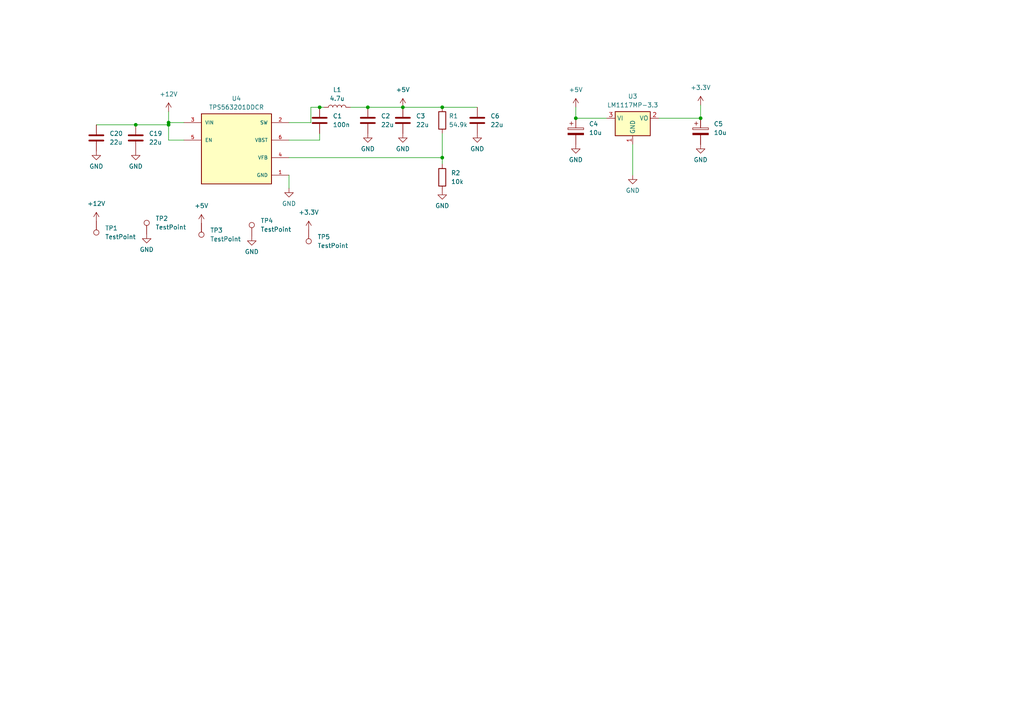
<source format=kicad_sch>
(kicad_sch (version 20231120) (generator "eeschema") (generator_version "8.0")
  (paper "A4")
  (lib_symbols
    (symbol "Connector:TestPoint" (pin_numbers hide) (pin_names (offset 0.762) hide)
      (property "Reference" "TP" (at 0 6.858 0))
      (property "Value" "TestPoint" (at 0 5.08 0))
      (symbol "TestPoint_0_1"
        (circle (center 0 3.302) (radius 0.762))
      )
      (symbol "TestPoint_1_1"
        (pin passive line (at 0 0 90) (length 2.54) (name "1") (number "1"))
      )
    )
    (symbol "Device:C" (pin_numbers hide) (pin_names (offset 0.254))
      (property "Reference" "C" (at 0.635 2.54 0))
      (property "Value" "C" (at 0.635 -2.54 0))
      (symbol "C_0_1"
        (polyline (pts (xy -2.032 -0.762) (xy 2.032 -0.762)) (stroke (width 0.508)))
        (polyline (pts (xy -2.032 0.762) (xy 2.032 0.762)) (stroke (width 0.508)))
      )
      (symbol "C_1_1"
        (pin passive line (at 0 3.81 270) (length 2.794) (name "~") (number "1"))
        (pin passive line (at 0 -3.81 90) (length 2.794) (name "~") (number "2"))
      )
    )
    (symbol "Device:C_Polarized" (pin_numbers hide) (pin_names (offset 0.254))
      (property "Reference" "C" (at 0.635 2.54 0))
      (property "Value" "C_Polarized" (at 0.635 -2.54 0))
      (symbol "C_Polarized_0_1"
        (rectangle (start -2.286 0.508) (end 2.286 1.016))
        (polyline (pts (xy -1.778 2.286) (xy -0.762 2.286)))
        (polyline (pts (xy -1.27 2.794) (xy -1.27 1.778)))
        (rectangle (start 2.286 -0.508) (end -2.286 -1.016) (fill (type outline)))
      )
      (symbol "C_Polarized_1_1"
        (pin passive line (at 0 3.81 270) (length 2.794) (name "~") (number "1"))
        (pin passive line (at 0 -3.81 90) (length 2.794) (name "~") (number "2"))
      )
    )
    (symbol "Device:L" (pin_numbers hide) (pin_names (offset 1.016) hide)
      (property "Reference" "L" (at -1.27 0 90))
      (property "Value" "L" (at 1.905 0 90))
      (symbol "L_0_1"
        (arc (start 0 -2.54) (mid 0.6323 -1.905) (end 0 -1.27))
        (arc (start 0 -1.27) (mid 0.6323 -0.635) (end 0 0))
        (arc (start 0 0) (mid 0.6323 0.635) (end 0 1.27))
        (arc (start 0 1.27) (mid 0.6323 1.905) (end 0 2.54))
      )
      (symbol "L_1_1"
        (pin passive line (at 0 3.81 270) (length 1.27) (name "1") (number "1"))
        (pin passive line (at 0 -3.81 90) (length 1.27) (name "2") (number "2"))
      )
    )
    (symbol "Device:R" (pin_numbers hide) (pin_names (offset 0))
      (property "Reference" "R" (at 2.032 0 90))
      (property "Value" "R" (at 0 0 90))
      (symbol "R_0_1"
        (rectangle (start -1.016 -2.54) (end 1.016 2.54) (stroke (width 0.254)))
      )
      (symbol "R_1_1"
        (pin passive line (at 0 3.81 270) (length 1.27) (name "~") (number "1"))
        (pin passive line (at 0 -3.81 90) (length 1.27) (name "~") (number "2"))
      )
    )
    (symbol "Regulator_Linear:LM1117MP-3.3"
      (property "Reference" "U" (at -3.81 3.175 0))
      (property "Value" "LM1117MP-3.3" (at 0 3.175 0))
      (symbol "LM1117MP-3.3_0_1"
        (rectangle (start -5.08 -5.08) (end 5.08 1.905) (stroke (width 0.254)) (fill (type background)))
      )
      (symbol "LM1117MP-3.3_1_1"
        (pin power_in line (at 0 -7.62 90) (length 2.54) (name "GND") (number "1"))
        (pin power_out line (at 7.62 0 180) (length 2.54) (name "VO") (number "2"))
        (pin power_in line (at -7.62 0 0) (length 2.54) (name "VI") (number "3"))
      )
    )
    (symbol "TPS563201DDCR:TPS563201DDCR" (pin_names (offset 1.016))
      (property "Reference" "U" (at -10.16 12.7 0))
      (property "Value" "TPS563201DDCR" (at -10.16 -12.7 0))
      (symbol "TPS563201DDCR_0_0"
        (rectangle (start -10.16 -10.16) (end 10.16 10.16) (stroke (width 0.254)) (fill (type background)))
        (pin power_in line (at 15.24 -7.62 180) (length 5.08) (name "GND") (number "1"))
        (pin output line (at 15.24 7.62 180) (length 5.08) (name "SW") (number "2"))
        (pin input line (at -15.24 7.62 0) (length 5.08) (name "VIN") (number "3"))
        (pin input line (at 15.24 -2.54 180) (length 5.08) (name "VFB") (number "4"))
        (pin input line (at -15.24 2.54 0) (length 5.08) (name "EN") (number "5"))
        (pin output line (at 15.24 2.54 180) (length 5.08) (name "VBST") (number "6"))
      )
    )
    (symbol "power:+3.3V" (power) (pin_names (offset 0))
      (property "Value" "+3.3V" (at 0 3.556 0))
      (symbol "+3.3V_0_1"
        (polyline (pts (xy -0.762 1.27) (xy 0 2.54)))
        (polyline (pts (xy 0 0) (xy 0 2.54)))
        (polyline (pts (xy 0 2.54) (xy 0.762 1.27)))
      )
      (symbol "+3.3V_1_1"
        (pin power_in line (at 0 0 90) (length 0) hide (name "+3.3V") (number "1"))
      )
    )
    (symbol "power:GND" (power) (pin_names (offset 0))
      (property "Value" "GND" (at 0 -3.81 0))
      (symbol "GND_0_1"
        (polyline (pts (xy 0 0) (xy 0 -1.27) (xy 1.27 -1.27) (xy 0 -2.54) (xy -1.27 -1.27) (xy 0 -1.27)))
      )
      (symbol "GND_1_1"
        (pin power_in line (at 0 0 270) (length 0) hide (name "GND") (number "1"))
      )
    )
    (symbol "power:VCC" (power) (pin_names (offset 0))
      (property "Value" "VCC" (at 0 3.81 0))
      (symbol "VCC_0_1"
        (polyline (pts (xy -0.762 1.27) (xy 0 2.54)))
        (polyline (pts (xy 0 0) (xy 0 2.54)))
        (polyline (pts (xy 0 2.54) (xy 0.762 1.27)))
      )
      (symbol "VCC_1_1"
        (pin power_in line (at 0 0 90) (length 0) hide (name "VCC") (number "1"))
      )
    )
  )
  (junction (at 116.84 31.115))
  (junction (at 128.27 45.72))
  (junction (at 203.2 34.29))
  (junction (at 48.895 36.195))
  (junction (at 48.895 35.56))
  (junction (at 92.71 31.115))
  (junction (at 167.005 34.29))
  (junction (at 39.37 36.195))
  (junction (at 106.68 31.115))
  (junction (at 128.27 31.115))
  (wire (pts (xy 183.515 41.91) (xy 183.515 50.8)))
  (wire (pts (xy 83.82 50.8) (xy 83.82 54.61)))
  (wire (pts (xy 116.84 31.115) (xy 128.27 31.115)))
  (wire (pts (xy 48.895 36.195) (xy 48.895 35.56)))
  (wire (pts (xy 101.6 31.115) (xy 106.68 31.115)))
  (wire (pts (xy 92.71 40.64) (xy 92.71 38.735)))
  (wire (pts (xy 92.71 31.115) (xy 93.98 31.115)))
  (wire (pts (xy 90.17 31.115) (xy 90.17 35.56)))
  (wire (pts (xy 128.27 31.115) (xy 138.43 31.115)))
  (wire (pts (xy 53.34 40.64) (xy 48.895 40.64)))
  (wire (pts (xy 39.37 36.195) (xy 48.895 36.195)))
  (wire (pts (xy 48.895 40.64) (xy 48.895 36.195)))
  (wire (pts (xy 167.005 34.29) (xy 175.895 34.29)))
  (wire (pts (xy 83.82 35.56) (xy 90.17 35.56)))
  (wire (pts (xy 48.895 32.385) (xy 48.895 35.56)))
  (wire (pts (xy 167.005 31.115) (xy 167.005 34.29)))
  (wire (pts (xy 83.82 45.72) (xy 128.27 45.72)))
  (wire (pts (xy 27.94 36.195) (xy 39.37 36.195)))
  (wire (pts (xy 83.82 40.64) (xy 92.71 40.64)))
  (wire (pts (xy 48.895 35.56) (xy 53.34 35.56)))
  (wire (pts (xy 128.27 38.735) (xy 128.27 45.72)))
  (wire (pts (xy 90.17 31.115) (xy 92.71 31.115)))
  (wire (pts (xy 128.27 45.72) (xy 128.27 47.625)))
  (wire (pts (xy 106.68 31.115) (xy 116.84 31.115)))
  (wire (pts (xy 191.135 34.29) (xy 203.2 34.29)))
  (wire (pts (xy 203.2 34.29) (xy 203.2 30.48)))
  (symbol (lib_id "Connector:TestPoint") (at 58.42 64.77 180) (unit 1)
    (property "Reference" "TP3" (at 60.96 66.8019 0) (effects (justify right)))
    (property "Value" "TestPoint" (at 60.96 69.3419 0) (effects (justify right)))
    (property "Footprint" "TestPoint:TestPoint_Pad_D3.0mm" (effects (hide yes)))
    (property "Description" "test point" (effects (hide yes)))
  )
  (symbol (lib_id "Device:C") (at 138.43 34.925 0) (unit 1)
    (property "Reference" "C6" (at 142.24 33.6549 0) (effects (justify left)))
    (property "Value" "22u" (at 142.24 36.1949 0) (effects (justify left)))
    (property "Footprint" "Capacitor_SMD:C_0805_2012Metric_Pad1.18x1.45mm_HandSolder" (effects (hide yes)))
    (property "Description" "Unpolarized capacitor" (effects (hide yes)))
  )
  (symbol (lib_id "Connector:TestPoint") (at 73.025 68.58 0) (unit 1)
    (property "Reference" "TP4" (at 75.565 64.0079 0) (effects (justify left)))
    (property "Value" "TestPoint" (at 75.565 66.5479 0) (effects (justify left)))
    (property "Footprint" "TestPoint:TestPoint_Pad_3.0x3.0mm" (effects (hide yes)))
    (property "Description" "test point" (effects (hide yes)))
  )
  (symbol (lib_id "Device:C") (at 106.68 34.925 0) (unit 1)
    (property "Reference" "C2" (at 110.49 33.6549 0) (effects (justify left)))
    (property "Value" "22u" (at 110.49 36.1949 0) (effects (justify left)))
    (property "Footprint" "Capacitor_SMD:C_0805_2012Metric_Pad1.18x1.45mm_HandSolder" (effects (hide yes)))
    (property "Description" "Unpolarized capacitor" (effects (hide yes)))
  )
  (symbol (lib_id "Connector:TestPoint") (at 89.535 66.675 180) (unit 1)
    (property "Reference" "TP5" (at 92.075 68.7069 0) (effects (justify right)))
    (property "Value" "TestPoint" (at 92.075 71.2469 0) (effects (justify right)))
    (property "Footprint" "TestPoint:TestPoint_Pad_D3.0mm" (effects (hide yes)))
    (property "Description" "test point" (effects (hide yes)))
  )
  (symbol (lib_id "Device:R") (at 128.27 51.435 0) (unit 1)
    (property "Reference" "R2" (at 130.81 50.1649 0) (effects (justify left)))
    (property "Value" "10k" (at 130.81 52.7049 0) (effects (justify left)))
    (property "Footprint" "Resistor_SMD:R_0603_1608Metric_Pad0.98x0.95mm_HandSolder" (effects (hide yes)))
    (property "Description" "Resistor" (effects (hide yes)))
  )
  (symbol (lib_id "power:GND") (at 39.37 43.815 0) (unit 1)
    (property "Reference" "#PWR044" (effects (hide yes)))
    (property "Value" "GND" (at 39.37 48.26 0))
    (property "Description" "Power symbol creates a global label with name \"GND\" , ground" (effects (hide yes)))
  )
  (symbol (lib_id "power:GND") (at 83.82 54.61 0) (unit 1)
    (property "Reference" "#PWR05" (effects (hide yes)))
    (property "Value" "GND" (at 83.82 59.055 0))
    (property "Description" "Power symbol creates a global label with name \"GND\" , ground" (effects (hide yes)))
  )
  (symbol (lib_id "Device:C") (at 92.71 34.925 180) (unit 1)
    (property "Reference" "C1" (at 96.52 33.6549 0) (effects (justify right)))
    (property "Value" "100n" (at 96.52 36.1949 0) (effects (justify right)))
    (property "Footprint" "Capacitor_SMD:C_0603_1608Metric_Pad1.08x0.95mm_HandSolder" (effects (hide yes)))
    (property "Description" "Unpolarized capacitor" (effects (hide yes)))
  )
  (symbol (lib_id "power:GND") (at 167.005 41.91 0) (unit 1)
    (property "Reference" "#PWR013" (effects (hide yes)))
    (property "Value" "GND" (at 167.005 46.355 0))
    (property "Description" "Power symbol creates a global label with name \"GND\" , ground" (effects (hide yes)))
  )
  (symbol (lib_id "power:GND") (at 27.94 43.815 0) (unit 1)
    (property "Reference" "#PWR045" (effects (hide yes)))
    (property "Value" "GND" (at 27.94 48.26 0))
    (property "Description" "Power symbol creates a global label with name \"GND\" , ground" (effects (hide yes)))
  )
  (symbol (lib_id "power:GND") (at 128.27 55.245 0) (unit 1)
    (property "Reference" "#PWR09" (effects (hide yes)))
    (property "Value" "GND" (at 128.27 59.69 0))
    (property "Description" "Power symbol creates a global label with name \"GND\" , ground" (effects (hide yes)))
  )
  (symbol (lib_id "Device:R") (at 128.27 34.925 0) (unit 1)
    (property "Reference" "R1" (at 130.175 33.6549 0) (effects (justify left)))
    (property "Value" "54.9k" (at 130.175 36.1949 0) (effects (justify left)))
    (property "Footprint" "Resistor_SMD:R_0603_1608Metric_Pad0.98x0.95mm_HandSolder" (effects (hide yes)))
    (property "Description" "Resistor" (effects (hide yes)))
  )
  (symbol (lib_id "power:GND") (at 42.545 67.945 0) (unit 1)
    (property "Reference" "#PWR093" (effects (hide yes)))
    (property "Value" "GND" (at 42.545 72.39 0))
    (property "Description" "Power symbol creates a global label with name \"GND\" , ground" (effects (hide yes)))
  )
  (symbol (lib_id "Device:C") (at 116.84 34.925 0) (unit 1)
    (property "Reference" "C3" (at 120.65 33.6549 0) (effects (justify left)))
    (property "Value" "22u" (at 120.65 36.1949 0) (effects (justify left)))
    (property "Footprint" "Capacitor_SMD:C_0805_2012Metric_Pad1.18x1.45mm_HandSolder" (effects (hide yes)))
    (property "Description" "Unpolarized capacitor" (effects (hide yes)))
  )
  (symbol (lib_id "power:+3.3V") (at 89.535 66.675 0) (unit 1)
    (property "Reference" "#PWR098" (effects (hide yes)))
    (property "Value" "+3.3V" (at 89.535 61.595 0))
  )
  (symbol (lib_id "power:GND") (at 73.025 68.58 0) (unit 1)
    (property "Reference" "#PWR095" (effects (hide yes)))
    (property "Value" "GND" (at 73.025 73.025 0))
    (property "Description" "Power symbol creates a global label with name \"GND\" , ground" (effects (hide yes)))
  )
  (symbol (lib_id "power:GND") (at 138.43 38.735 0) (unit 1)
    (property "Reference" "#PWR017" (effects (hide yes)))
    (property "Value" "GND" (at 138.43 43.18 0))
    (property "Description" "Power symbol creates a global label with name \"GND\" , ground" (effects (hide yes)))
  )
  (symbol (lib_id "Device:C_Polarized") (at 167.005 38.1 0) (unit 1)
    (property "Reference" "C4" (at 170.815 35.9409 0) (effects (justify left)))
    (property "Value" "10u" (at 170.815 38.4809 0) (effects (justify left)))
    (property "Footprint" "Capacitor_Tantalum_SMD:CP_EIA-3528-21_Kemet-B_Pad1.50x2.35mm_HandSolder" (effects (hide yes)))
    (property "Description" "Polarized capacitor" (effects (hide yes)))
  )
  (symbol (lib_id "Device:C_Polarized") (at 203.2 38.1 0) (unit 1)
    (property "Reference" "C5" (at 207.01 35.9409 0) (effects (justify left)))
    (property "Value" "10u" (at 207.01 38.4809 0) (effects (justify left)))
    (property "Footprint" "Capacitor_Tantalum_SMD:CP_EIA-3528-21_Kemet-B_Pad1.50x2.35mm_HandSolder" (effects (hide yes)))
    (property "Description" "Polarized capacitor" (effects (hide yes)))
  )
  (symbol (lib_id "Regulator_Linear:LM1117MP-3.3") (at 183.515 34.29 0) (unit 1)
    (property "Reference" "U3" (at 183.515 27.94 0))
    (property "Value" "LM1117MP-3.3" (at 183.515 30.48 0))
    (property "Footprint" "Package_TO_SOT_SMD:SOT-223" (effects (hide yes)))
    (property "Datasheet" "http://www.ti.com/lit/ds/symlink/lm1117.pdf" (effects (hide yes)))
    (property "Description" "800mA Low-Dropout Linear Regulator, 3.3V fixed output, SOT-223" (effects (hide yes)))
  )
  (symbol (lib_id "Connector:TestPoint") (at 27.94 64.135 180) (unit 1)
    (property "Reference" "TP1" (at 30.48 66.1669 0) (effects (justify right)))
    (property "Value" "TestPoint" (at 30.48 68.7069 0) (effects (justify right)))
    (property "Footprint" "TestPoint:TestPoint_Pad_D3.0mm" (effects (hide yes)))
    (property "Description" "test point" (effects (hide yes)))
  )
  (symbol (lib_id "power:GND") (at 183.515 50.8 0) (unit 1)
    (property "Reference" "#PWR011" (effects (hide yes)))
    (property "Value" "GND" (at 183.515 55.245 0))
    (property "Description" "Power symbol creates a global label with name \"GND\" , ground" (effects (hide yes)))
  )
  (symbol (lib_id "Device:C") (at 39.37 40.005 0) (unit 1)
    (property "Reference" "C19" (at 43.18 38.7349 0) (effects (justify left)))
    (property "Value" "22u" (at 43.18 41.2749 0) (effects (justify left)))
    (property "Footprint" "Capacitor_SMD:C_0805_2012Metric_Pad1.18x1.45mm_HandSolder" (effects (hide yes)))
    (property "Description" "Unpolarized capacitor" (effects (hide yes)))
  )
  (symbol (lib_id "power:VCC") (at 27.94 64.135 0) (unit 1)
    (property "Reference" "#PWR092" (effects (hide yes)))
    (property "Value" "+12V" (at 27.94 59.055 0))
    (property "Description" "Power symbol creates a global label with name \"VCC\"" (effects (hide yes)))
  )
  (symbol (lib_id "power:VCC") (at 48.895 32.385 0) (unit 1)
    (property "Reference" "#PWR04" (effects (hide yes)))
    (property "Value" "+12V" (at 48.895 27.305 0))
    (property "Description" "Power symbol creates a global label with name \"VCC\"" (effects (hide yes)))
  )
  (symbol (lib_id "power:+3.3V") (at 116.84 31.115 0) (unit 1)
    (property "Reference" "#PWR07" (effects (hide yes)))
    (property "Value" "+5V" (at 116.84 26.035 0))
  )
  (symbol (lib_id "Device:L") (at 97.79 31.115 90) (unit 1)
    (property "Reference" "L1" (at 97.79 26.035 90))
    (property "Value" "4.7u" (at 97.79 28.575 90))
    (property "Footprint" "Inductor_SMD:L_Changjiang_FNR6045S" (effects (hide yes)))
    (property "Description" "Inductor DJNR6045-1R0-S" (effects (hide yes)))
  )
  (symbol (lib_id "power:GND") (at 106.68 38.735 0) (unit 1)
    (property "Reference" "#PWR06" (effects (hide yes)))
    (property "Value" "GND" (at 106.68 43.18 0))
    (property "Description" "Power symbol creates a global label with name \"GND\" , ground" (effects (hide yes)))
  )
  (symbol (lib_id "Device:C") (at 27.94 40.005 0) (unit 1)
    (property "Reference" "C20" (at 31.75 38.7349 0) (effects (justify left)))
    (property "Value" "22u" (at 31.75 41.2749 0) (effects (justify left)))
    (property "Footprint" "Capacitor_SMD:C_0805_2012Metric_Pad1.18x1.45mm_HandSolder" (effects (hide yes)))
    (property "Description" "Unpolarized capacitor" (effects (hide yes)))
  )
  (symbol (lib_id "power:GND") (at 116.84 38.735 0) (unit 1)
    (property "Reference" "#PWR08" (effects (hide yes)))
    (property "Value" "GND" (at 116.84 43.18 0))
    (property "Description" "Power symbol creates a global label with name \"GND\" , ground" (effects (hide yes)))
  )
  (symbol (lib_id "power:GND") (at 203.2 41.91 0) (unit 1)
    (property "Reference" "#PWR014" (effects (hide yes)))
    (property "Value" "GND" (at 203.2 46.355 0))
    (property "Description" "Power symbol creates a global label with name \"GND\" , ground" (effects (hide yes)))
  )
  (symbol (lib_id "Connector:TestPoint") (at 42.545 67.945 0) (unit 1)
    (property "Reference" "TP2" (at 45.085 63.3729 0) (effects (justify left)))
    (property "Value" "TestPoint" (at 45.085 65.9129 0) (effects (justify left)))
    (property "Footprint" "TestPoint:TestPoint_Pad_3.0x3.0mm" (effects (hide yes)))
    (property "Description" "test point" (effects (hide yes)))
  )
  (symbol (lib_id "power:+3.3V") (at 167.005 31.115 0) (unit 1)
    (property "Reference" "#PWR010" (effects (hide yes)))
    (property "Value" "+5V" (at 167.005 26.035 0))
  )
  (symbol (lib_id "power:+3.3V") (at 203.2 30.48 0) (unit 1)
    (property "Reference" "#PWR012" (effects (hide yes)))
    (property "Value" "+3.3V" (at 203.2 25.4 0))
  )
  (symbol (lib_id "power:+3.3V") (at 58.42 64.77 0) (unit 1)
    (property "Reference" "#PWR094" (effects (hide yes)))
    (property "Value" "+5V" (at 58.42 59.69 0))
  )
  (symbol (lib_id "TPS563201DDCR:TPS563201DDCR") (at 68.58 43.18 0) (unit 1)
    (property "Reference" "U4" (at 68.58 28.575 0))
    (property "Value" "TPS563201DDCR" (at 68.58 31.115 0))
    (property "Footprint" "TPS563201DDCR:SOT95P280X110-6N" (effects (hide yes)))
    (property "MF" "Texas Instruments" (effects (hide yes)))
    (property "MAXIMUM_PACKAGE_HEIGHT" "1.10mm" (effects (hide yes)))
    (property "Package" "SOT-23-THN-6 Texas Instruments" (effects (hide yes)))
    (property "Price" "None" (effects (hide yes)))
    (property "Check_prices" "https://www.snapeda.com/parts/TPS563201DDCR/Texas+Instruments/view-part/?ref=eda" (effects (hide yes)))
    (property "STANDARD" "IPC-7351B" (effects (hide yes)))
    (property "PARTREV" "December 2015" (effects (hide yes)))
    (property "SnapEDA_Link" "https://www.snapeda.com/parts/TPS563201DDCR/Texas+Instruments/view-part/?ref=snap" (effects (hide yes)))
    (property "MP" "TPS563201DDCR" (effects (hide yes)))
    (property "Purchase-URL" "https://www.snapeda.com/api/url_track_click_mouser/?unipart_id=1236927&manufacturer=Texas Instruments&part_name=TPS563201DDCR&search_term=tps563201" (effects (hide yes)))
    (property "Description_1" "\n4.5 V to 17 V input, 3 A output, synchronous step-down converter in Eco-mode\n" (effects (hide yes)))
    (property "Availability" "In Stock" (effects (hide yes)))
    (property "MANUFACTURER" "Texas Instruments" (effects (hide yes)))
  )
)
</source>
